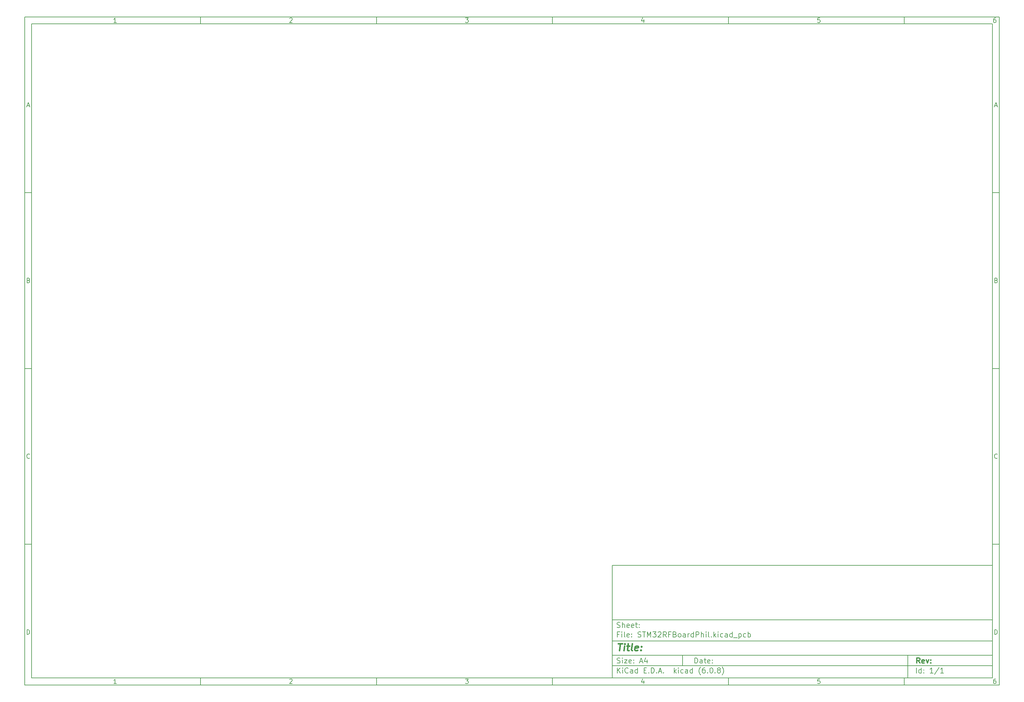
<source format=gbr>
%TF.GenerationSoftware,KiCad,Pcbnew,(6.0.8)*%
%TF.CreationDate,2022-10-27T20:00:02-05:00*%
%TF.ProjectId,STM32RFBoardPhil,53544d33-3252-4464-926f-617264506869,rev?*%
%TF.SameCoordinates,Original*%
%TF.FileFunction,Paste,Bot*%
%TF.FilePolarity,Positive*%
%FSLAX46Y46*%
G04 Gerber Fmt 4.6, Leading zero omitted, Abs format (unit mm)*
G04 Created by KiCad (PCBNEW (6.0.8)) date 2022-10-27 20:00:02*
%MOMM*%
%LPD*%
G01*
G04 APERTURE LIST*
%ADD10C,0.100000*%
%ADD11C,0.150000*%
%ADD12C,0.300000*%
%ADD13C,0.400000*%
G04 APERTURE END LIST*
D10*
D11*
X177002200Y-166007200D02*
X177002200Y-198007200D01*
X285002200Y-198007200D01*
X285002200Y-166007200D01*
X177002200Y-166007200D01*
D10*
D11*
X10000000Y-10000000D02*
X10000000Y-200007200D01*
X287002200Y-200007200D01*
X287002200Y-10000000D01*
X10000000Y-10000000D01*
D10*
D11*
X12000000Y-12000000D02*
X12000000Y-198007200D01*
X285002200Y-198007200D01*
X285002200Y-12000000D01*
X12000000Y-12000000D01*
D10*
D11*
X60000000Y-12000000D02*
X60000000Y-10000000D01*
D10*
D11*
X110000000Y-12000000D02*
X110000000Y-10000000D01*
D10*
D11*
X160000000Y-12000000D02*
X160000000Y-10000000D01*
D10*
D11*
X210000000Y-12000000D02*
X210000000Y-10000000D01*
D10*
D11*
X260000000Y-12000000D02*
X260000000Y-10000000D01*
D10*
D11*
X36065476Y-11588095D02*
X35322619Y-11588095D01*
X35694047Y-11588095D02*
X35694047Y-10288095D01*
X35570238Y-10473809D01*
X35446428Y-10597619D01*
X35322619Y-10659523D01*
D10*
D11*
X85322619Y-10411904D02*
X85384523Y-10350000D01*
X85508333Y-10288095D01*
X85817857Y-10288095D01*
X85941666Y-10350000D01*
X86003571Y-10411904D01*
X86065476Y-10535714D01*
X86065476Y-10659523D01*
X86003571Y-10845238D01*
X85260714Y-11588095D01*
X86065476Y-11588095D01*
D10*
D11*
X135260714Y-10288095D02*
X136065476Y-10288095D01*
X135632142Y-10783333D01*
X135817857Y-10783333D01*
X135941666Y-10845238D01*
X136003571Y-10907142D01*
X136065476Y-11030952D01*
X136065476Y-11340476D01*
X136003571Y-11464285D01*
X135941666Y-11526190D01*
X135817857Y-11588095D01*
X135446428Y-11588095D01*
X135322619Y-11526190D01*
X135260714Y-11464285D01*
D10*
D11*
X185941666Y-10721428D02*
X185941666Y-11588095D01*
X185632142Y-10226190D02*
X185322619Y-11154761D01*
X186127380Y-11154761D01*
D10*
D11*
X236003571Y-10288095D02*
X235384523Y-10288095D01*
X235322619Y-10907142D01*
X235384523Y-10845238D01*
X235508333Y-10783333D01*
X235817857Y-10783333D01*
X235941666Y-10845238D01*
X236003571Y-10907142D01*
X236065476Y-11030952D01*
X236065476Y-11340476D01*
X236003571Y-11464285D01*
X235941666Y-11526190D01*
X235817857Y-11588095D01*
X235508333Y-11588095D01*
X235384523Y-11526190D01*
X235322619Y-11464285D01*
D10*
D11*
X285941666Y-10288095D02*
X285694047Y-10288095D01*
X285570238Y-10350000D01*
X285508333Y-10411904D01*
X285384523Y-10597619D01*
X285322619Y-10845238D01*
X285322619Y-11340476D01*
X285384523Y-11464285D01*
X285446428Y-11526190D01*
X285570238Y-11588095D01*
X285817857Y-11588095D01*
X285941666Y-11526190D01*
X286003571Y-11464285D01*
X286065476Y-11340476D01*
X286065476Y-11030952D01*
X286003571Y-10907142D01*
X285941666Y-10845238D01*
X285817857Y-10783333D01*
X285570238Y-10783333D01*
X285446428Y-10845238D01*
X285384523Y-10907142D01*
X285322619Y-11030952D01*
D10*
D11*
X60000000Y-198007200D02*
X60000000Y-200007200D01*
D10*
D11*
X110000000Y-198007200D02*
X110000000Y-200007200D01*
D10*
D11*
X160000000Y-198007200D02*
X160000000Y-200007200D01*
D10*
D11*
X210000000Y-198007200D02*
X210000000Y-200007200D01*
D10*
D11*
X260000000Y-198007200D02*
X260000000Y-200007200D01*
D10*
D11*
X36065476Y-199595295D02*
X35322619Y-199595295D01*
X35694047Y-199595295D02*
X35694047Y-198295295D01*
X35570238Y-198481009D01*
X35446428Y-198604819D01*
X35322619Y-198666723D01*
D10*
D11*
X85322619Y-198419104D02*
X85384523Y-198357200D01*
X85508333Y-198295295D01*
X85817857Y-198295295D01*
X85941666Y-198357200D01*
X86003571Y-198419104D01*
X86065476Y-198542914D01*
X86065476Y-198666723D01*
X86003571Y-198852438D01*
X85260714Y-199595295D01*
X86065476Y-199595295D01*
D10*
D11*
X135260714Y-198295295D02*
X136065476Y-198295295D01*
X135632142Y-198790533D01*
X135817857Y-198790533D01*
X135941666Y-198852438D01*
X136003571Y-198914342D01*
X136065476Y-199038152D01*
X136065476Y-199347676D01*
X136003571Y-199471485D01*
X135941666Y-199533390D01*
X135817857Y-199595295D01*
X135446428Y-199595295D01*
X135322619Y-199533390D01*
X135260714Y-199471485D01*
D10*
D11*
X185941666Y-198728628D02*
X185941666Y-199595295D01*
X185632142Y-198233390D02*
X185322619Y-199161961D01*
X186127380Y-199161961D01*
D10*
D11*
X236003571Y-198295295D02*
X235384523Y-198295295D01*
X235322619Y-198914342D01*
X235384523Y-198852438D01*
X235508333Y-198790533D01*
X235817857Y-198790533D01*
X235941666Y-198852438D01*
X236003571Y-198914342D01*
X236065476Y-199038152D01*
X236065476Y-199347676D01*
X236003571Y-199471485D01*
X235941666Y-199533390D01*
X235817857Y-199595295D01*
X235508333Y-199595295D01*
X235384523Y-199533390D01*
X235322619Y-199471485D01*
D10*
D11*
X285941666Y-198295295D02*
X285694047Y-198295295D01*
X285570238Y-198357200D01*
X285508333Y-198419104D01*
X285384523Y-198604819D01*
X285322619Y-198852438D01*
X285322619Y-199347676D01*
X285384523Y-199471485D01*
X285446428Y-199533390D01*
X285570238Y-199595295D01*
X285817857Y-199595295D01*
X285941666Y-199533390D01*
X286003571Y-199471485D01*
X286065476Y-199347676D01*
X286065476Y-199038152D01*
X286003571Y-198914342D01*
X285941666Y-198852438D01*
X285817857Y-198790533D01*
X285570238Y-198790533D01*
X285446428Y-198852438D01*
X285384523Y-198914342D01*
X285322619Y-199038152D01*
D10*
D11*
X10000000Y-60000000D02*
X12000000Y-60000000D01*
D10*
D11*
X10000000Y-110000000D02*
X12000000Y-110000000D01*
D10*
D11*
X10000000Y-160000000D02*
X12000000Y-160000000D01*
D10*
D11*
X10690476Y-35216666D02*
X11309523Y-35216666D01*
X10566666Y-35588095D02*
X11000000Y-34288095D01*
X11433333Y-35588095D01*
D10*
D11*
X11092857Y-84907142D02*
X11278571Y-84969047D01*
X11340476Y-85030952D01*
X11402380Y-85154761D01*
X11402380Y-85340476D01*
X11340476Y-85464285D01*
X11278571Y-85526190D01*
X11154761Y-85588095D01*
X10659523Y-85588095D01*
X10659523Y-84288095D01*
X11092857Y-84288095D01*
X11216666Y-84350000D01*
X11278571Y-84411904D01*
X11340476Y-84535714D01*
X11340476Y-84659523D01*
X11278571Y-84783333D01*
X11216666Y-84845238D01*
X11092857Y-84907142D01*
X10659523Y-84907142D01*
D10*
D11*
X11402380Y-135464285D02*
X11340476Y-135526190D01*
X11154761Y-135588095D01*
X11030952Y-135588095D01*
X10845238Y-135526190D01*
X10721428Y-135402380D01*
X10659523Y-135278571D01*
X10597619Y-135030952D01*
X10597619Y-134845238D01*
X10659523Y-134597619D01*
X10721428Y-134473809D01*
X10845238Y-134350000D01*
X11030952Y-134288095D01*
X11154761Y-134288095D01*
X11340476Y-134350000D01*
X11402380Y-134411904D01*
D10*
D11*
X10659523Y-185588095D02*
X10659523Y-184288095D01*
X10969047Y-184288095D01*
X11154761Y-184350000D01*
X11278571Y-184473809D01*
X11340476Y-184597619D01*
X11402380Y-184845238D01*
X11402380Y-185030952D01*
X11340476Y-185278571D01*
X11278571Y-185402380D01*
X11154761Y-185526190D01*
X10969047Y-185588095D01*
X10659523Y-185588095D01*
D10*
D11*
X287002200Y-60000000D02*
X285002200Y-60000000D01*
D10*
D11*
X287002200Y-110000000D02*
X285002200Y-110000000D01*
D10*
D11*
X287002200Y-160000000D02*
X285002200Y-160000000D01*
D10*
D11*
X285692676Y-35216666D02*
X286311723Y-35216666D01*
X285568866Y-35588095D02*
X286002200Y-34288095D01*
X286435533Y-35588095D01*
D10*
D11*
X286095057Y-84907142D02*
X286280771Y-84969047D01*
X286342676Y-85030952D01*
X286404580Y-85154761D01*
X286404580Y-85340476D01*
X286342676Y-85464285D01*
X286280771Y-85526190D01*
X286156961Y-85588095D01*
X285661723Y-85588095D01*
X285661723Y-84288095D01*
X286095057Y-84288095D01*
X286218866Y-84350000D01*
X286280771Y-84411904D01*
X286342676Y-84535714D01*
X286342676Y-84659523D01*
X286280771Y-84783333D01*
X286218866Y-84845238D01*
X286095057Y-84907142D01*
X285661723Y-84907142D01*
D10*
D11*
X286404580Y-135464285D02*
X286342676Y-135526190D01*
X286156961Y-135588095D01*
X286033152Y-135588095D01*
X285847438Y-135526190D01*
X285723628Y-135402380D01*
X285661723Y-135278571D01*
X285599819Y-135030952D01*
X285599819Y-134845238D01*
X285661723Y-134597619D01*
X285723628Y-134473809D01*
X285847438Y-134350000D01*
X286033152Y-134288095D01*
X286156961Y-134288095D01*
X286342676Y-134350000D01*
X286404580Y-134411904D01*
D10*
D11*
X285661723Y-185588095D02*
X285661723Y-184288095D01*
X285971247Y-184288095D01*
X286156961Y-184350000D01*
X286280771Y-184473809D01*
X286342676Y-184597619D01*
X286404580Y-184845238D01*
X286404580Y-185030952D01*
X286342676Y-185278571D01*
X286280771Y-185402380D01*
X286156961Y-185526190D01*
X285971247Y-185588095D01*
X285661723Y-185588095D01*
D10*
D11*
X200434342Y-193785771D02*
X200434342Y-192285771D01*
X200791485Y-192285771D01*
X201005771Y-192357200D01*
X201148628Y-192500057D01*
X201220057Y-192642914D01*
X201291485Y-192928628D01*
X201291485Y-193142914D01*
X201220057Y-193428628D01*
X201148628Y-193571485D01*
X201005771Y-193714342D01*
X200791485Y-193785771D01*
X200434342Y-193785771D01*
X202577200Y-193785771D02*
X202577200Y-193000057D01*
X202505771Y-192857200D01*
X202362914Y-192785771D01*
X202077200Y-192785771D01*
X201934342Y-192857200D01*
X202577200Y-193714342D02*
X202434342Y-193785771D01*
X202077200Y-193785771D01*
X201934342Y-193714342D01*
X201862914Y-193571485D01*
X201862914Y-193428628D01*
X201934342Y-193285771D01*
X202077200Y-193214342D01*
X202434342Y-193214342D01*
X202577200Y-193142914D01*
X203077200Y-192785771D02*
X203648628Y-192785771D01*
X203291485Y-192285771D02*
X203291485Y-193571485D01*
X203362914Y-193714342D01*
X203505771Y-193785771D01*
X203648628Y-193785771D01*
X204720057Y-193714342D02*
X204577200Y-193785771D01*
X204291485Y-193785771D01*
X204148628Y-193714342D01*
X204077200Y-193571485D01*
X204077200Y-193000057D01*
X204148628Y-192857200D01*
X204291485Y-192785771D01*
X204577200Y-192785771D01*
X204720057Y-192857200D01*
X204791485Y-193000057D01*
X204791485Y-193142914D01*
X204077200Y-193285771D01*
X205434342Y-193642914D02*
X205505771Y-193714342D01*
X205434342Y-193785771D01*
X205362914Y-193714342D01*
X205434342Y-193642914D01*
X205434342Y-193785771D01*
X205434342Y-192857200D02*
X205505771Y-192928628D01*
X205434342Y-193000057D01*
X205362914Y-192928628D01*
X205434342Y-192857200D01*
X205434342Y-193000057D01*
D10*
D11*
X177002200Y-194507200D02*
X285002200Y-194507200D01*
D10*
D11*
X178434342Y-196585771D02*
X178434342Y-195085771D01*
X179291485Y-196585771D02*
X178648628Y-195728628D01*
X179291485Y-195085771D02*
X178434342Y-195942914D01*
X179934342Y-196585771D02*
X179934342Y-195585771D01*
X179934342Y-195085771D02*
X179862914Y-195157200D01*
X179934342Y-195228628D01*
X180005771Y-195157200D01*
X179934342Y-195085771D01*
X179934342Y-195228628D01*
X181505771Y-196442914D02*
X181434342Y-196514342D01*
X181220057Y-196585771D01*
X181077200Y-196585771D01*
X180862914Y-196514342D01*
X180720057Y-196371485D01*
X180648628Y-196228628D01*
X180577200Y-195942914D01*
X180577200Y-195728628D01*
X180648628Y-195442914D01*
X180720057Y-195300057D01*
X180862914Y-195157200D01*
X181077200Y-195085771D01*
X181220057Y-195085771D01*
X181434342Y-195157200D01*
X181505771Y-195228628D01*
X182791485Y-196585771D02*
X182791485Y-195800057D01*
X182720057Y-195657200D01*
X182577200Y-195585771D01*
X182291485Y-195585771D01*
X182148628Y-195657200D01*
X182791485Y-196514342D02*
X182648628Y-196585771D01*
X182291485Y-196585771D01*
X182148628Y-196514342D01*
X182077200Y-196371485D01*
X182077200Y-196228628D01*
X182148628Y-196085771D01*
X182291485Y-196014342D01*
X182648628Y-196014342D01*
X182791485Y-195942914D01*
X184148628Y-196585771D02*
X184148628Y-195085771D01*
X184148628Y-196514342D02*
X184005771Y-196585771D01*
X183720057Y-196585771D01*
X183577200Y-196514342D01*
X183505771Y-196442914D01*
X183434342Y-196300057D01*
X183434342Y-195871485D01*
X183505771Y-195728628D01*
X183577200Y-195657200D01*
X183720057Y-195585771D01*
X184005771Y-195585771D01*
X184148628Y-195657200D01*
X186005771Y-195800057D02*
X186505771Y-195800057D01*
X186720057Y-196585771D02*
X186005771Y-196585771D01*
X186005771Y-195085771D01*
X186720057Y-195085771D01*
X187362914Y-196442914D02*
X187434342Y-196514342D01*
X187362914Y-196585771D01*
X187291485Y-196514342D01*
X187362914Y-196442914D01*
X187362914Y-196585771D01*
X188077200Y-196585771D02*
X188077200Y-195085771D01*
X188434342Y-195085771D01*
X188648628Y-195157200D01*
X188791485Y-195300057D01*
X188862914Y-195442914D01*
X188934342Y-195728628D01*
X188934342Y-195942914D01*
X188862914Y-196228628D01*
X188791485Y-196371485D01*
X188648628Y-196514342D01*
X188434342Y-196585771D01*
X188077200Y-196585771D01*
X189577200Y-196442914D02*
X189648628Y-196514342D01*
X189577200Y-196585771D01*
X189505771Y-196514342D01*
X189577200Y-196442914D01*
X189577200Y-196585771D01*
X190220057Y-196157200D02*
X190934342Y-196157200D01*
X190077200Y-196585771D02*
X190577200Y-195085771D01*
X191077200Y-196585771D01*
X191577200Y-196442914D02*
X191648628Y-196514342D01*
X191577200Y-196585771D01*
X191505771Y-196514342D01*
X191577200Y-196442914D01*
X191577200Y-196585771D01*
X194577200Y-196585771D02*
X194577200Y-195085771D01*
X194720057Y-196014342D02*
X195148628Y-196585771D01*
X195148628Y-195585771D02*
X194577200Y-196157200D01*
X195791485Y-196585771D02*
X195791485Y-195585771D01*
X195791485Y-195085771D02*
X195720057Y-195157200D01*
X195791485Y-195228628D01*
X195862914Y-195157200D01*
X195791485Y-195085771D01*
X195791485Y-195228628D01*
X197148628Y-196514342D02*
X197005771Y-196585771D01*
X196720057Y-196585771D01*
X196577200Y-196514342D01*
X196505771Y-196442914D01*
X196434342Y-196300057D01*
X196434342Y-195871485D01*
X196505771Y-195728628D01*
X196577200Y-195657200D01*
X196720057Y-195585771D01*
X197005771Y-195585771D01*
X197148628Y-195657200D01*
X198434342Y-196585771D02*
X198434342Y-195800057D01*
X198362914Y-195657200D01*
X198220057Y-195585771D01*
X197934342Y-195585771D01*
X197791485Y-195657200D01*
X198434342Y-196514342D02*
X198291485Y-196585771D01*
X197934342Y-196585771D01*
X197791485Y-196514342D01*
X197720057Y-196371485D01*
X197720057Y-196228628D01*
X197791485Y-196085771D01*
X197934342Y-196014342D01*
X198291485Y-196014342D01*
X198434342Y-195942914D01*
X199791485Y-196585771D02*
X199791485Y-195085771D01*
X199791485Y-196514342D02*
X199648628Y-196585771D01*
X199362914Y-196585771D01*
X199220057Y-196514342D01*
X199148628Y-196442914D01*
X199077200Y-196300057D01*
X199077200Y-195871485D01*
X199148628Y-195728628D01*
X199220057Y-195657200D01*
X199362914Y-195585771D01*
X199648628Y-195585771D01*
X199791485Y-195657200D01*
X202077200Y-197157200D02*
X202005771Y-197085771D01*
X201862914Y-196871485D01*
X201791485Y-196728628D01*
X201720057Y-196514342D01*
X201648628Y-196157200D01*
X201648628Y-195871485D01*
X201720057Y-195514342D01*
X201791485Y-195300057D01*
X201862914Y-195157200D01*
X202005771Y-194942914D01*
X202077200Y-194871485D01*
X203291485Y-195085771D02*
X203005771Y-195085771D01*
X202862914Y-195157200D01*
X202791485Y-195228628D01*
X202648628Y-195442914D01*
X202577200Y-195728628D01*
X202577200Y-196300057D01*
X202648628Y-196442914D01*
X202720057Y-196514342D01*
X202862914Y-196585771D01*
X203148628Y-196585771D01*
X203291485Y-196514342D01*
X203362914Y-196442914D01*
X203434342Y-196300057D01*
X203434342Y-195942914D01*
X203362914Y-195800057D01*
X203291485Y-195728628D01*
X203148628Y-195657200D01*
X202862914Y-195657200D01*
X202720057Y-195728628D01*
X202648628Y-195800057D01*
X202577200Y-195942914D01*
X204077200Y-196442914D02*
X204148628Y-196514342D01*
X204077200Y-196585771D01*
X204005771Y-196514342D01*
X204077200Y-196442914D01*
X204077200Y-196585771D01*
X205077200Y-195085771D02*
X205220057Y-195085771D01*
X205362914Y-195157200D01*
X205434342Y-195228628D01*
X205505771Y-195371485D01*
X205577200Y-195657200D01*
X205577200Y-196014342D01*
X205505771Y-196300057D01*
X205434342Y-196442914D01*
X205362914Y-196514342D01*
X205220057Y-196585771D01*
X205077200Y-196585771D01*
X204934342Y-196514342D01*
X204862914Y-196442914D01*
X204791485Y-196300057D01*
X204720057Y-196014342D01*
X204720057Y-195657200D01*
X204791485Y-195371485D01*
X204862914Y-195228628D01*
X204934342Y-195157200D01*
X205077200Y-195085771D01*
X206220057Y-196442914D02*
X206291485Y-196514342D01*
X206220057Y-196585771D01*
X206148628Y-196514342D01*
X206220057Y-196442914D01*
X206220057Y-196585771D01*
X207148628Y-195728628D02*
X207005771Y-195657200D01*
X206934342Y-195585771D01*
X206862914Y-195442914D01*
X206862914Y-195371485D01*
X206934342Y-195228628D01*
X207005771Y-195157200D01*
X207148628Y-195085771D01*
X207434342Y-195085771D01*
X207577200Y-195157200D01*
X207648628Y-195228628D01*
X207720057Y-195371485D01*
X207720057Y-195442914D01*
X207648628Y-195585771D01*
X207577200Y-195657200D01*
X207434342Y-195728628D01*
X207148628Y-195728628D01*
X207005771Y-195800057D01*
X206934342Y-195871485D01*
X206862914Y-196014342D01*
X206862914Y-196300057D01*
X206934342Y-196442914D01*
X207005771Y-196514342D01*
X207148628Y-196585771D01*
X207434342Y-196585771D01*
X207577200Y-196514342D01*
X207648628Y-196442914D01*
X207720057Y-196300057D01*
X207720057Y-196014342D01*
X207648628Y-195871485D01*
X207577200Y-195800057D01*
X207434342Y-195728628D01*
X208220057Y-197157200D02*
X208291485Y-197085771D01*
X208434342Y-196871485D01*
X208505771Y-196728628D01*
X208577200Y-196514342D01*
X208648628Y-196157200D01*
X208648628Y-195871485D01*
X208577200Y-195514342D01*
X208505771Y-195300057D01*
X208434342Y-195157200D01*
X208291485Y-194942914D01*
X208220057Y-194871485D01*
D10*
D11*
X177002200Y-191507200D02*
X285002200Y-191507200D01*
D10*
D12*
X264411485Y-193785771D02*
X263911485Y-193071485D01*
X263554342Y-193785771D02*
X263554342Y-192285771D01*
X264125771Y-192285771D01*
X264268628Y-192357200D01*
X264340057Y-192428628D01*
X264411485Y-192571485D01*
X264411485Y-192785771D01*
X264340057Y-192928628D01*
X264268628Y-193000057D01*
X264125771Y-193071485D01*
X263554342Y-193071485D01*
X265625771Y-193714342D02*
X265482914Y-193785771D01*
X265197200Y-193785771D01*
X265054342Y-193714342D01*
X264982914Y-193571485D01*
X264982914Y-193000057D01*
X265054342Y-192857200D01*
X265197200Y-192785771D01*
X265482914Y-192785771D01*
X265625771Y-192857200D01*
X265697200Y-193000057D01*
X265697200Y-193142914D01*
X264982914Y-193285771D01*
X266197200Y-192785771D02*
X266554342Y-193785771D01*
X266911485Y-192785771D01*
X267482914Y-193642914D02*
X267554342Y-193714342D01*
X267482914Y-193785771D01*
X267411485Y-193714342D01*
X267482914Y-193642914D01*
X267482914Y-193785771D01*
X267482914Y-192857200D02*
X267554342Y-192928628D01*
X267482914Y-193000057D01*
X267411485Y-192928628D01*
X267482914Y-192857200D01*
X267482914Y-193000057D01*
D10*
D11*
X178362914Y-193714342D02*
X178577200Y-193785771D01*
X178934342Y-193785771D01*
X179077200Y-193714342D01*
X179148628Y-193642914D01*
X179220057Y-193500057D01*
X179220057Y-193357200D01*
X179148628Y-193214342D01*
X179077200Y-193142914D01*
X178934342Y-193071485D01*
X178648628Y-193000057D01*
X178505771Y-192928628D01*
X178434342Y-192857200D01*
X178362914Y-192714342D01*
X178362914Y-192571485D01*
X178434342Y-192428628D01*
X178505771Y-192357200D01*
X178648628Y-192285771D01*
X179005771Y-192285771D01*
X179220057Y-192357200D01*
X179862914Y-193785771D02*
X179862914Y-192785771D01*
X179862914Y-192285771D02*
X179791485Y-192357200D01*
X179862914Y-192428628D01*
X179934342Y-192357200D01*
X179862914Y-192285771D01*
X179862914Y-192428628D01*
X180434342Y-192785771D02*
X181220057Y-192785771D01*
X180434342Y-193785771D01*
X181220057Y-193785771D01*
X182362914Y-193714342D02*
X182220057Y-193785771D01*
X181934342Y-193785771D01*
X181791485Y-193714342D01*
X181720057Y-193571485D01*
X181720057Y-193000057D01*
X181791485Y-192857200D01*
X181934342Y-192785771D01*
X182220057Y-192785771D01*
X182362914Y-192857200D01*
X182434342Y-193000057D01*
X182434342Y-193142914D01*
X181720057Y-193285771D01*
X183077200Y-193642914D02*
X183148628Y-193714342D01*
X183077200Y-193785771D01*
X183005771Y-193714342D01*
X183077200Y-193642914D01*
X183077200Y-193785771D01*
X183077200Y-192857200D02*
X183148628Y-192928628D01*
X183077200Y-193000057D01*
X183005771Y-192928628D01*
X183077200Y-192857200D01*
X183077200Y-193000057D01*
X184862914Y-193357200D02*
X185577200Y-193357200D01*
X184720057Y-193785771D02*
X185220057Y-192285771D01*
X185720057Y-193785771D01*
X186862914Y-192785771D02*
X186862914Y-193785771D01*
X186505771Y-192214342D02*
X186148628Y-193285771D01*
X187077200Y-193285771D01*
D10*
D11*
X263434342Y-196585771D02*
X263434342Y-195085771D01*
X264791485Y-196585771D02*
X264791485Y-195085771D01*
X264791485Y-196514342D02*
X264648628Y-196585771D01*
X264362914Y-196585771D01*
X264220057Y-196514342D01*
X264148628Y-196442914D01*
X264077200Y-196300057D01*
X264077200Y-195871485D01*
X264148628Y-195728628D01*
X264220057Y-195657200D01*
X264362914Y-195585771D01*
X264648628Y-195585771D01*
X264791485Y-195657200D01*
X265505771Y-196442914D02*
X265577200Y-196514342D01*
X265505771Y-196585771D01*
X265434342Y-196514342D01*
X265505771Y-196442914D01*
X265505771Y-196585771D01*
X265505771Y-195657200D02*
X265577200Y-195728628D01*
X265505771Y-195800057D01*
X265434342Y-195728628D01*
X265505771Y-195657200D01*
X265505771Y-195800057D01*
X268148628Y-196585771D02*
X267291485Y-196585771D01*
X267720057Y-196585771D02*
X267720057Y-195085771D01*
X267577200Y-195300057D01*
X267434342Y-195442914D01*
X267291485Y-195514342D01*
X269862914Y-195014342D02*
X268577200Y-196942914D01*
X271148628Y-196585771D02*
X270291485Y-196585771D01*
X270720057Y-196585771D02*
X270720057Y-195085771D01*
X270577200Y-195300057D01*
X270434342Y-195442914D01*
X270291485Y-195514342D01*
D10*
D11*
X177002200Y-187507200D02*
X285002200Y-187507200D01*
D10*
D13*
X178714580Y-188211961D02*
X179857438Y-188211961D01*
X179036009Y-190211961D02*
X179286009Y-188211961D01*
X180274104Y-190211961D02*
X180440771Y-188878628D01*
X180524104Y-188211961D02*
X180416961Y-188307200D01*
X180500295Y-188402438D01*
X180607438Y-188307200D01*
X180524104Y-188211961D01*
X180500295Y-188402438D01*
X181107438Y-188878628D02*
X181869342Y-188878628D01*
X181476485Y-188211961D02*
X181262200Y-189926247D01*
X181333628Y-190116723D01*
X181512200Y-190211961D01*
X181702676Y-190211961D01*
X182655057Y-190211961D02*
X182476485Y-190116723D01*
X182405057Y-189926247D01*
X182619342Y-188211961D01*
X184190771Y-190116723D02*
X183988390Y-190211961D01*
X183607438Y-190211961D01*
X183428866Y-190116723D01*
X183357438Y-189926247D01*
X183452676Y-189164342D01*
X183571723Y-188973866D01*
X183774104Y-188878628D01*
X184155057Y-188878628D01*
X184333628Y-188973866D01*
X184405057Y-189164342D01*
X184381247Y-189354819D01*
X183405057Y-189545295D01*
X185155057Y-190021485D02*
X185238390Y-190116723D01*
X185131247Y-190211961D01*
X185047914Y-190116723D01*
X185155057Y-190021485D01*
X185131247Y-190211961D01*
X185286009Y-188973866D02*
X185369342Y-189069104D01*
X185262200Y-189164342D01*
X185178866Y-189069104D01*
X185286009Y-188973866D01*
X185262200Y-189164342D01*
D10*
D11*
X178934342Y-185600057D02*
X178434342Y-185600057D01*
X178434342Y-186385771D02*
X178434342Y-184885771D01*
X179148628Y-184885771D01*
X179720057Y-186385771D02*
X179720057Y-185385771D01*
X179720057Y-184885771D02*
X179648628Y-184957200D01*
X179720057Y-185028628D01*
X179791485Y-184957200D01*
X179720057Y-184885771D01*
X179720057Y-185028628D01*
X180648628Y-186385771D02*
X180505771Y-186314342D01*
X180434342Y-186171485D01*
X180434342Y-184885771D01*
X181791485Y-186314342D02*
X181648628Y-186385771D01*
X181362914Y-186385771D01*
X181220057Y-186314342D01*
X181148628Y-186171485D01*
X181148628Y-185600057D01*
X181220057Y-185457200D01*
X181362914Y-185385771D01*
X181648628Y-185385771D01*
X181791485Y-185457200D01*
X181862914Y-185600057D01*
X181862914Y-185742914D01*
X181148628Y-185885771D01*
X182505771Y-186242914D02*
X182577200Y-186314342D01*
X182505771Y-186385771D01*
X182434342Y-186314342D01*
X182505771Y-186242914D01*
X182505771Y-186385771D01*
X182505771Y-185457200D02*
X182577200Y-185528628D01*
X182505771Y-185600057D01*
X182434342Y-185528628D01*
X182505771Y-185457200D01*
X182505771Y-185600057D01*
X184291485Y-186314342D02*
X184505771Y-186385771D01*
X184862914Y-186385771D01*
X185005771Y-186314342D01*
X185077200Y-186242914D01*
X185148628Y-186100057D01*
X185148628Y-185957200D01*
X185077200Y-185814342D01*
X185005771Y-185742914D01*
X184862914Y-185671485D01*
X184577200Y-185600057D01*
X184434342Y-185528628D01*
X184362914Y-185457200D01*
X184291485Y-185314342D01*
X184291485Y-185171485D01*
X184362914Y-185028628D01*
X184434342Y-184957200D01*
X184577200Y-184885771D01*
X184934342Y-184885771D01*
X185148628Y-184957200D01*
X185577200Y-184885771D02*
X186434342Y-184885771D01*
X186005771Y-186385771D02*
X186005771Y-184885771D01*
X186934342Y-186385771D02*
X186934342Y-184885771D01*
X187434342Y-185957200D01*
X187934342Y-184885771D01*
X187934342Y-186385771D01*
X188505771Y-184885771D02*
X189434342Y-184885771D01*
X188934342Y-185457200D01*
X189148628Y-185457200D01*
X189291485Y-185528628D01*
X189362914Y-185600057D01*
X189434342Y-185742914D01*
X189434342Y-186100057D01*
X189362914Y-186242914D01*
X189291485Y-186314342D01*
X189148628Y-186385771D01*
X188720057Y-186385771D01*
X188577200Y-186314342D01*
X188505771Y-186242914D01*
X190005771Y-185028628D02*
X190077200Y-184957200D01*
X190220057Y-184885771D01*
X190577200Y-184885771D01*
X190720057Y-184957200D01*
X190791485Y-185028628D01*
X190862914Y-185171485D01*
X190862914Y-185314342D01*
X190791485Y-185528628D01*
X189934342Y-186385771D01*
X190862914Y-186385771D01*
X192362914Y-186385771D02*
X191862914Y-185671485D01*
X191505771Y-186385771D02*
X191505771Y-184885771D01*
X192077200Y-184885771D01*
X192220057Y-184957200D01*
X192291485Y-185028628D01*
X192362914Y-185171485D01*
X192362914Y-185385771D01*
X192291485Y-185528628D01*
X192220057Y-185600057D01*
X192077200Y-185671485D01*
X191505771Y-185671485D01*
X193505771Y-185600057D02*
X193005771Y-185600057D01*
X193005771Y-186385771D02*
X193005771Y-184885771D01*
X193720057Y-184885771D01*
X194791485Y-185600057D02*
X195005771Y-185671485D01*
X195077200Y-185742914D01*
X195148628Y-185885771D01*
X195148628Y-186100057D01*
X195077200Y-186242914D01*
X195005771Y-186314342D01*
X194862914Y-186385771D01*
X194291485Y-186385771D01*
X194291485Y-184885771D01*
X194791485Y-184885771D01*
X194934342Y-184957200D01*
X195005771Y-185028628D01*
X195077200Y-185171485D01*
X195077200Y-185314342D01*
X195005771Y-185457200D01*
X194934342Y-185528628D01*
X194791485Y-185600057D01*
X194291485Y-185600057D01*
X196005771Y-186385771D02*
X195862914Y-186314342D01*
X195791485Y-186242914D01*
X195720057Y-186100057D01*
X195720057Y-185671485D01*
X195791485Y-185528628D01*
X195862914Y-185457200D01*
X196005771Y-185385771D01*
X196220057Y-185385771D01*
X196362914Y-185457200D01*
X196434342Y-185528628D01*
X196505771Y-185671485D01*
X196505771Y-186100057D01*
X196434342Y-186242914D01*
X196362914Y-186314342D01*
X196220057Y-186385771D01*
X196005771Y-186385771D01*
X197791485Y-186385771D02*
X197791485Y-185600057D01*
X197720057Y-185457200D01*
X197577200Y-185385771D01*
X197291485Y-185385771D01*
X197148628Y-185457200D01*
X197791485Y-186314342D02*
X197648628Y-186385771D01*
X197291485Y-186385771D01*
X197148628Y-186314342D01*
X197077200Y-186171485D01*
X197077200Y-186028628D01*
X197148628Y-185885771D01*
X197291485Y-185814342D01*
X197648628Y-185814342D01*
X197791485Y-185742914D01*
X198505771Y-186385771D02*
X198505771Y-185385771D01*
X198505771Y-185671485D02*
X198577200Y-185528628D01*
X198648628Y-185457200D01*
X198791485Y-185385771D01*
X198934342Y-185385771D01*
X200077200Y-186385771D02*
X200077200Y-184885771D01*
X200077200Y-186314342D02*
X199934342Y-186385771D01*
X199648628Y-186385771D01*
X199505771Y-186314342D01*
X199434342Y-186242914D01*
X199362914Y-186100057D01*
X199362914Y-185671485D01*
X199434342Y-185528628D01*
X199505771Y-185457200D01*
X199648628Y-185385771D01*
X199934342Y-185385771D01*
X200077200Y-185457200D01*
X200791485Y-186385771D02*
X200791485Y-184885771D01*
X201362914Y-184885771D01*
X201505771Y-184957200D01*
X201577200Y-185028628D01*
X201648628Y-185171485D01*
X201648628Y-185385771D01*
X201577200Y-185528628D01*
X201505771Y-185600057D01*
X201362914Y-185671485D01*
X200791485Y-185671485D01*
X202291485Y-186385771D02*
X202291485Y-184885771D01*
X202934342Y-186385771D02*
X202934342Y-185600057D01*
X202862914Y-185457200D01*
X202720057Y-185385771D01*
X202505771Y-185385771D01*
X202362914Y-185457200D01*
X202291485Y-185528628D01*
X203648628Y-186385771D02*
X203648628Y-185385771D01*
X203648628Y-184885771D02*
X203577200Y-184957200D01*
X203648628Y-185028628D01*
X203720057Y-184957200D01*
X203648628Y-184885771D01*
X203648628Y-185028628D01*
X204577200Y-186385771D02*
X204434342Y-186314342D01*
X204362914Y-186171485D01*
X204362914Y-184885771D01*
X205148628Y-186242914D02*
X205220057Y-186314342D01*
X205148628Y-186385771D01*
X205077200Y-186314342D01*
X205148628Y-186242914D01*
X205148628Y-186385771D01*
X205862914Y-186385771D02*
X205862914Y-184885771D01*
X206005771Y-185814342D02*
X206434342Y-186385771D01*
X206434342Y-185385771D02*
X205862914Y-185957200D01*
X207077200Y-186385771D02*
X207077200Y-185385771D01*
X207077200Y-184885771D02*
X207005771Y-184957200D01*
X207077200Y-185028628D01*
X207148628Y-184957200D01*
X207077200Y-184885771D01*
X207077200Y-185028628D01*
X208434342Y-186314342D02*
X208291485Y-186385771D01*
X208005771Y-186385771D01*
X207862914Y-186314342D01*
X207791485Y-186242914D01*
X207720057Y-186100057D01*
X207720057Y-185671485D01*
X207791485Y-185528628D01*
X207862914Y-185457200D01*
X208005771Y-185385771D01*
X208291485Y-185385771D01*
X208434342Y-185457200D01*
X209720057Y-186385771D02*
X209720057Y-185600057D01*
X209648628Y-185457200D01*
X209505771Y-185385771D01*
X209220057Y-185385771D01*
X209077200Y-185457200D01*
X209720057Y-186314342D02*
X209577200Y-186385771D01*
X209220057Y-186385771D01*
X209077200Y-186314342D01*
X209005771Y-186171485D01*
X209005771Y-186028628D01*
X209077200Y-185885771D01*
X209220057Y-185814342D01*
X209577200Y-185814342D01*
X209720057Y-185742914D01*
X211077200Y-186385771D02*
X211077200Y-184885771D01*
X211077200Y-186314342D02*
X210934342Y-186385771D01*
X210648628Y-186385771D01*
X210505771Y-186314342D01*
X210434342Y-186242914D01*
X210362914Y-186100057D01*
X210362914Y-185671485D01*
X210434342Y-185528628D01*
X210505771Y-185457200D01*
X210648628Y-185385771D01*
X210934342Y-185385771D01*
X211077200Y-185457200D01*
X211434342Y-186528628D02*
X212577200Y-186528628D01*
X212934342Y-185385771D02*
X212934342Y-186885771D01*
X212934342Y-185457200D02*
X213077200Y-185385771D01*
X213362914Y-185385771D01*
X213505771Y-185457200D01*
X213577200Y-185528628D01*
X213648628Y-185671485D01*
X213648628Y-186100057D01*
X213577200Y-186242914D01*
X213505771Y-186314342D01*
X213362914Y-186385771D01*
X213077200Y-186385771D01*
X212934342Y-186314342D01*
X214934342Y-186314342D02*
X214791485Y-186385771D01*
X214505771Y-186385771D01*
X214362914Y-186314342D01*
X214291485Y-186242914D01*
X214220057Y-186100057D01*
X214220057Y-185671485D01*
X214291485Y-185528628D01*
X214362914Y-185457200D01*
X214505771Y-185385771D01*
X214791485Y-185385771D01*
X214934342Y-185457200D01*
X215577200Y-186385771D02*
X215577200Y-184885771D01*
X215577200Y-185457200D02*
X215720057Y-185385771D01*
X216005771Y-185385771D01*
X216148628Y-185457200D01*
X216220057Y-185528628D01*
X216291485Y-185671485D01*
X216291485Y-186100057D01*
X216220057Y-186242914D01*
X216148628Y-186314342D01*
X216005771Y-186385771D01*
X215720057Y-186385771D01*
X215577200Y-186314342D01*
D10*
D11*
X177002200Y-181507200D02*
X285002200Y-181507200D01*
D10*
D11*
X178362914Y-183614342D02*
X178577200Y-183685771D01*
X178934342Y-183685771D01*
X179077200Y-183614342D01*
X179148628Y-183542914D01*
X179220057Y-183400057D01*
X179220057Y-183257200D01*
X179148628Y-183114342D01*
X179077200Y-183042914D01*
X178934342Y-182971485D01*
X178648628Y-182900057D01*
X178505771Y-182828628D01*
X178434342Y-182757200D01*
X178362914Y-182614342D01*
X178362914Y-182471485D01*
X178434342Y-182328628D01*
X178505771Y-182257200D01*
X178648628Y-182185771D01*
X179005771Y-182185771D01*
X179220057Y-182257200D01*
X179862914Y-183685771D02*
X179862914Y-182185771D01*
X180505771Y-183685771D02*
X180505771Y-182900057D01*
X180434342Y-182757200D01*
X180291485Y-182685771D01*
X180077200Y-182685771D01*
X179934342Y-182757200D01*
X179862914Y-182828628D01*
X181791485Y-183614342D02*
X181648628Y-183685771D01*
X181362914Y-183685771D01*
X181220057Y-183614342D01*
X181148628Y-183471485D01*
X181148628Y-182900057D01*
X181220057Y-182757200D01*
X181362914Y-182685771D01*
X181648628Y-182685771D01*
X181791485Y-182757200D01*
X181862914Y-182900057D01*
X181862914Y-183042914D01*
X181148628Y-183185771D01*
X183077200Y-183614342D02*
X182934342Y-183685771D01*
X182648628Y-183685771D01*
X182505771Y-183614342D01*
X182434342Y-183471485D01*
X182434342Y-182900057D01*
X182505771Y-182757200D01*
X182648628Y-182685771D01*
X182934342Y-182685771D01*
X183077200Y-182757200D01*
X183148628Y-182900057D01*
X183148628Y-183042914D01*
X182434342Y-183185771D01*
X183577200Y-182685771D02*
X184148628Y-182685771D01*
X183791485Y-182185771D02*
X183791485Y-183471485D01*
X183862914Y-183614342D01*
X184005771Y-183685771D01*
X184148628Y-183685771D01*
X184648628Y-183542914D02*
X184720057Y-183614342D01*
X184648628Y-183685771D01*
X184577200Y-183614342D01*
X184648628Y-183542914D01*
X184648628Y-183685771D01*
X184648628Y-182757200D02*
X184720057Y-182828628D01*
X184648628Y-182900057D01*
X184577200Y-182828628D01*
X184648628Y-182757200D01*
X184648628Y-182900057D01*
D10*
D12*
D10*
D11*
D10*
D11*
D10*
D11*
D10*
D11*
D10*
D11*
X197002200Y-191507200D02*
X197002200Y-194507200D01*
D10*
D11*
X261002200Y-191507200D02*
X261002200Y-198007200D01*
M02*

</source>
